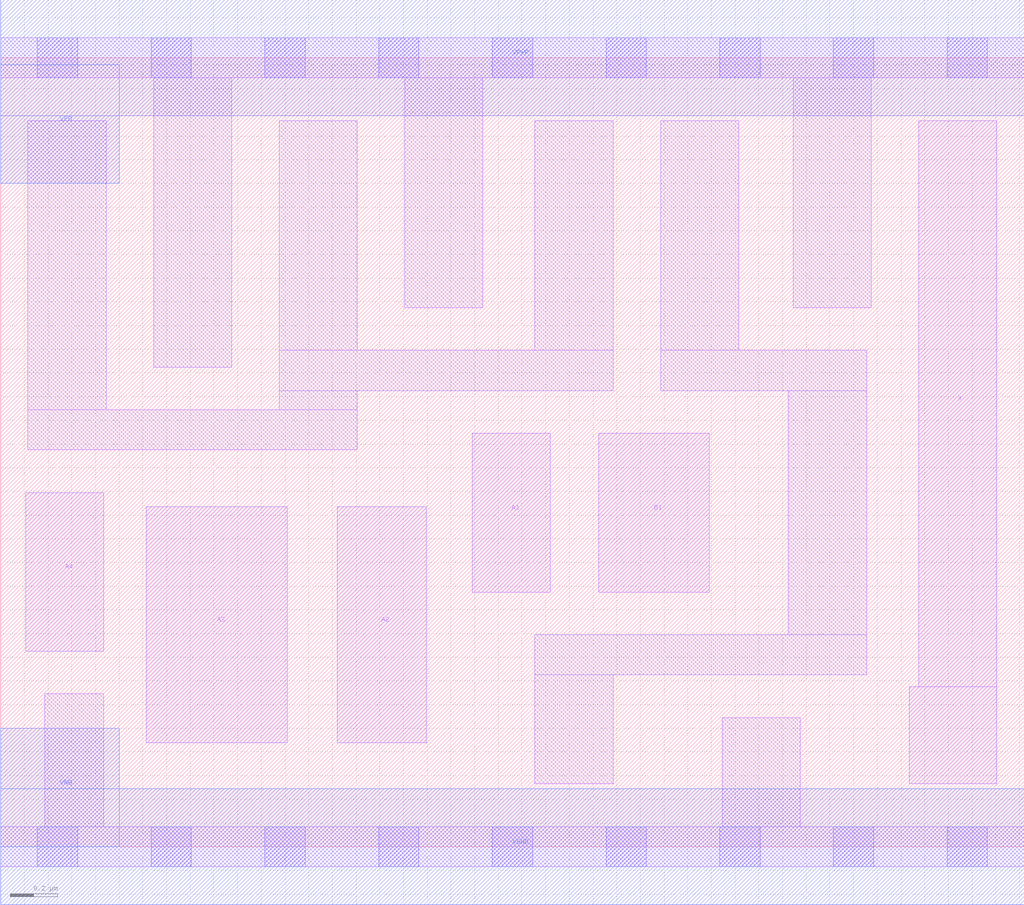
<source format=lef>
# Copyright 2020 The SkyWater PDK Authors
#
# Licensed under the Apache License, Version 2.0 (the "License");
# you may not use this file except in compliance with the License.
# You may obtain a copy of the License at
#
#     https://www.apache.org/licenses/LICENSE-2.0
#
# Unless required by applicable law or agreed to in writing, software
# distributed under the License is distributed on an "AS IS" BASIS,
# WITHOUT WARRANTIES OR CONDITIONS OF ANY KIND, either express or implied.
# See the License for the specific language governing permissions and
# limitations under the License.
#
# SPDX-License-Identifier: Apache-2.0

VERSION 5.5 ;
NAMESCASESENSITIVE ON ;
BUSBITCHARS "[]" ;
DIVIDERCHAR "/" ;
MACRO sky130_fd_sc_lp__a41o_lp
  CLASS CORE ;
  SOURCE USER ;
  ORIGIN  0.000000  0.000000 ;
  SIZE  4.320000 BY  3.330000 ;
  SYMMETRY X Y R90 ;
  SITE unit ;
  PIN A1
    ANTENNAGATEAREA  0.313000 ;
    DIRECTION INPUT ;
    USE SIGNAL ;
    PORT
      LAYER li1 ;
        RECT 1.990000 1.075000 2.320000 1.745000 ;
    END
  END A1
  PIN A2
    ANTENNAGATEAREA  0.313000 ;
    DIRECTION INPUT ;
    USE SIGNAL ;
    PORT
      LAYER li1 ;
        RECT 1.420000 0.440000 1.795000 1.435000 ;
    END
  END A2
  PIN A3
    ANTENNAGATEAREA  0.313000 ;
    DIRECTION INPUT ;
    USE SIGNAL ;
    PORT
      LAYER li1 ;
        RECT 0.615000 0.440000 1.210000 1.435000 ;
    END
  END A3
  PIN A4
    ANTENNAGATEAREA  0.313000 ;
    DIRECTION INPUT ;
    USE SIGNAL ;
    PORT
      LAYER li1 ;
        RECT 0.105000 0.825000 0.435000 1.495000 ;
    END
  END A4
  PIN B1
    ANTENNAGATEAREA  0.376000 ;
    DIRECTION INPUT ;
    USE SIGNAL ;
    PORT
      LAYER li1 ;
        RECT 2.525000 1.075000 2.990000 1.745000 ;
    END
  END B1
  PIN X
    ANTENNADIFFAREA  0.404700 ;
    DIRECTION OUTPUT ;
    USE SIGNAL ;
    PORT
      LAYER li1 ;
        RECT 3.835000 0.265000 4.205000 0.675000 ;
        RECT 3.875000 0.675000 4.205000 3.065000 ;
    END
  END X
  PIN VGND
    DIRECTION INOUT ;
    USE GROUND ;
    PORT
      LAYER met1 ;
        RECT 0.000000 -0.245000 4.320000 0.245000 ;
    END
  END VGND
  PIN VNB
    DIRECTION INOUT ;
    USE GROUND ;
    PORT
      LAYER met1 ;
        RECT 0.000000 0.000000 0.500000 0.500000 ;
    END
  END VNB
  PIN VPB
    DIRECTION INOUT ;
    USE POWER ;
    PORT
      LAYER met1 ;
        RECT 0.000000 2.800000 0.500000 3.300000 ;
    END
  END VPB
  PIN VPWR
    DIRECTION INOUT ;
    USE POWER ;
    PORT
      LAYER met1 ;
        RECT 0.000000 3.085000 4.320000 3.575000 ;
    END
  END VPWR
  OBS
    LAYER li1 ;
      RECT 0.000000 -0.085000 4.320000 0.085000 ;
      RECT 0.000000  3.245000 4.320000 3.415000 ;
      RECT 0.115000  1.675000 1.505000 1.845000 ;
      RECT 0.115000  1.845000 0.445000 3.065000 ;
      RECT 0.185000  0.085000 0.435000 0.645000 ;
      RECT 0.645000  2.025000 0.975000 3.245000 ;
      RECT 1.175000  1.845000 1.505000 1.925000 ;
      RECT 1.175000  1.925000 2.585000 2.095000 ;
      RECT 1.175000  2.095000 1.505000 3.065000 ;
      RECT 1.705000  2.275000 2.035000 3.245000 ;
      RECT 2.255000  0.265000 2.585000 0.725000 ;
      RECT 2.255000  0.725000 3.655000 0.895000 ;
      RECT 2.255000  2.095000 2.585000 3.065000 ;
      RECT 2.785000  1.925000 3.655000 2.095000 ;
      RECT 2.785000  2.095000 3.115000 3.065000 ;
      RECT 3.045000  0.085000 3.375000 0.545000 ;
      RECT 3.325000  0.895000 3.655000 1.925000 ;
      RECT 3.345000  2.275000 3.675000 3.245000 ;
    LAYER mcon ;
      RECT 0.155000 -0.085000 0.325000 0.085000 ;
      RECT 0.155000  3.245000 0.325000 3.415000 ;
      RECT 0.635000 -0.085000 0.805000 0.085000 ;
      RECT 0.635000  3.245000 0.805000 3.415000 ;
      RECT 1.115000 -0.085000 1.285000 0.085000 ;
      RECT 1.115000  3.245000 1.285000 3.415000 ;
      RECT 1.595000 -0.085000 1.765000 0.085000 ;
      RECT 1.595000  3.245000 1.765000 3.415000 ;
      RECT 2.075000 -0.085000 2.245000 0.085000 ;
      RECT 2.075000  3.245000 2.245000 3.415000 ;
      RECT 2.555000 -0.085000 2.725000 0.085000 ;
      RECT 2.555000  3.245000 2.725000 3.415000 ;
      RECT 3.035000 -0.085000 3.205000 0.085000 ;
      RECT 3.035000  3.245000 3.205000 3.415000 ;
      RECT 3.515000 -0.085000 3.685000 0.085000 ;
      RECT 3.515000  3.245000 3.685000 3.415000 ;
      RECT 3.995000 -0.085000 4.165000 0.085000 ;
      RECT 3.995000  3.245000 4.165000 3.415000 ;
  END
END sky130_fd_sc_lp__a41o_lp
END LIBRARY

</source>
